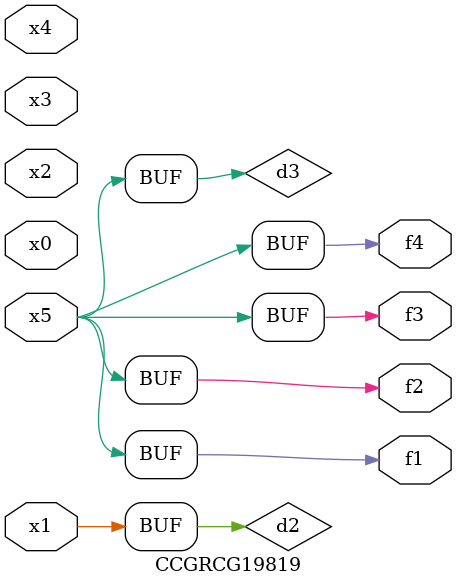
<source format=v>
module CCGRCG19819(
	input x0, x1, x2, x3, x4, x5,
	output f1, f2, f3, f4
);

	wire d1, d2, d3;

	not (d1, x5);
	or (d2, x1);
	xnor (d3, d1);
	assign f1 = d3;
	assign f2 = d3;
	assign f3 = d3;
	assign f4 = d3;
endmodule

</source>
